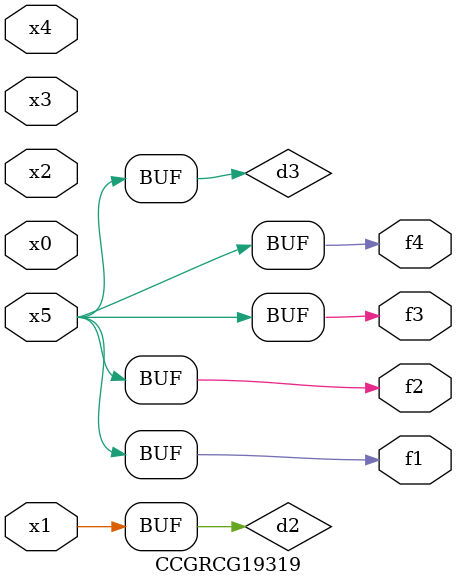
<source format=v>
module CCGRCG19319(
	input x0, x1, x2, x3, x4, x5,
	output f1, f2, f3, f4
);

	wire d1, d2, d3;

	not (d1, x5);
	or (d2, x1);
	xnor (d3, d1);
	assign f1 = d3;
	assign f2 = d3;
	assign f3 = d3;
	assign f4 = d3;
endmodule

</source>
